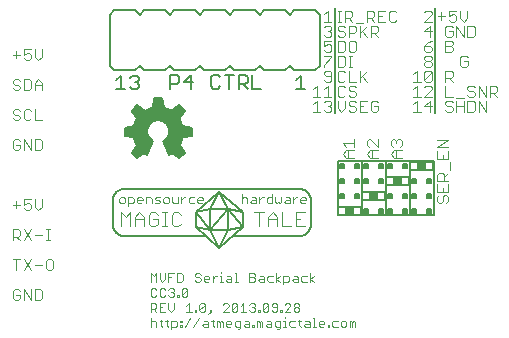
<source format=gto>
G75*
G70*
%OFA0B0*%
%FSLAX24Y24*%
%IPPOS*%
%LPD*%
%AMOC8*
5,1,8,0,0,1.08239X$1,22.5*
%
%ADD10C,0.0040*%
%ADD11C,0.0060*%
%ADD12C,0.0050*%
%ADD13C,0.0030*%
D10*
X003057Y001760D02*
X003118Y001700D01*
X003238Y001700D01*
X003298Y001760D01*
X003298Y001880D01*
X003178Y001880D01*
X003298Y002000D02*
X003238Y002060D01*
X003118Y002060D01*
X003057Y002000D01*
X003057Y001760D01*
X003426Y001700D02*
X003426Y002060D01*
X003666Y001700D01*
X003666Y002060D01*
X003794Y002060D02*
X003974Y002060D01*
X004034Y002000D01*
X004034Y001760D01*
X003974Y001700D01*
X003794Y001700D01*
X003794Y002060D01*
X003666Y002700D02*
X003426Y003060D01*
X003298Y003060D02*
X003057Y003060D01*
X003178Y003060D02*
X003178Y002700D01*
X003426Y002700D02*
X003666Y003060D01*
X003794Y002880D02*
X004034Y002880D01*
X004162Y002760D02*
X004222Y002700D01*
X004343Y002700D01*
X004403Y002760D01*
X004403Y003000D01*
X004343Y003060D01*
X004222Y003060D01*
X004162Y003000D01*
X004162Y002760D01*
X004162Y003700D02*
X004283Y003700D01*
X004222Y003700D02*
X004222Y004060D01*
X004162Y004060D02*
X004283Y004060D01*
X004034Y003880D02*
X003794Y003880D01*
X003666Y003700D02*
X003426Y004060D01*
X003298Y004000D02*
X003298Y003880D01*
X003238Y003820D01*
X003057Y003820D01*
X003057Y003700D02*
X003057Y004060D01*
X003238Y004060D01*
X003298Y004000D01*
X003178Y003820D02*
X003298Y003700D01*
X003426Y003700D02*
X003666Y004060D01*
X003606Y004700D02*
X003486Y004700D01*
X003426Y004760D01*
X003426Y004880D02*
X003546Y004940D01*
X003606Y004940D01*
X003666Y004880D01*
X003666Y004760D01*
X003606Y004700D01*
X003794Y004820D02*
X003914Y004700D01*
X004034Y004820D01*
X004034Y005060D01*
X003794Y005060D02*
X003794Y004820D01*
X003426Y004880D02*
X003426Y005060D01*
X003666Y005060D01*
X003298Y004880D02*
X003057Y004880D01*
X003178Y005000D02*
X003178Y004760D01*
X006664Y004631D02*
X006664Y004170D01*
X006971Y004170D02*
X006971Y004631D01*
X006817Y004477D01*
X006664Y004631D01*
X007124Y004477D02*
X007278Y004631D01*
X007431Y004477D01*
X007431Y004170D01*
X007585Y004247D02*
X007661Y004170D01*
X007815Y004170D01*
X007891Y004247D01*
X007891Y004401D01*
X007738Y004401D01*
X007585Y004554D02*
X007585Y004247D01*
X007431Y004401D02*
X007124Y004401D01*
X007124Y004477D02*
X007124Y004170D01*
X007585Y004554D02*
X007661Y004631D01*
X007815Y004631D01*
X007891Y004554D01*
X008045Y004631D02*
X008198Y004631D01*
X008122Y004631D02*
X008122Y004170D01*
X008198Y004170D02*
X008045Y004170D01*
X008352Y004247D02*
X008429Y004170D01*
X008582Y004170D01*
X008659Y004247D01*
X008352Y004247D02*
X008352Y004554D01*
X008429Y004631D01*
X008582Y004631D01*
X008659Y004554D01*
X011114Y004631D02*
X011421Y004631D01*
X011268Y004631D02*
X011268Y004170D01*
X011575Y004170D02*
X011575Y004477D01*
X011728Y004631D01*
X011882Y004477D01*
X011882Y004170D01*
X012035Y004170D02*
X012342Y004170D01*
X012495Y004170D02*
X012802Y004170D01*
X012495Y004170D02*
X012495Y004631D01*
X012802Y004631D01*
X012649Y004401D02*
X012495Y004401D01*
X012035Y004631D02*
X012035Y004170D01*
X011882Y004401D02*
X011575Y004401D01*
X010013Y002649D02*
X010013Y002602D01*
X010013Y002509D02*
X010013Y002322D01*
X010059Y002322D02*
X009966Y002322D01*
X010162Y002369D02*
X010209Y002415D01*
X010349Y002415D01*
X010349Y002462D02*
X010349Y002322D01*
X010209Y002322D01*
X010162Y002369D01*
X010303Y002509D02*
X010349Y002462D01*
X010303Y002509D02*
X010209Y002509D01*
X010013Y002509D02*
X009966Y002509D01*
X009861Y002509D02*
X009814Y002509D01*
X009720Y002415D01*
X009720Y002322D02*
X009720Y002509D01*
X009613Y002462D02*
X009613Y002415D01*
X009426Y002415D01*
X009426Y002369D02*
X009426Y002462D01*
X009472Y002509D01*
X009566Y002509D01*
X009613Y002462D01*
X009566Y002322D02*
X009472Y002322D01*
X009426Y002369D01*
X009318Y002369D02*
X009271Y002322D01*
X009178Y002322D01*
X009131Y002369D01*
X009178Y002462D02*
X009271Y002462D01*
X009318Y002415D01*
X009318Y002369D01*
X009178Y002462D02*
X009131Y002509D01*
X009131Y002556D01*
X009178Y002602D01*
X009271Y002602D01*
X009318Y002556D01*
X008729Y002556D02*
X008729Y002369D01*
X008682Y002322D01*
X008542Y002322D01*
X008542Y002602D01*
X008682Y002602D01*
X008729Y002556D01*
X008434Y002602D02*
X008247Y002602D01*
X008247Y002322D01*
X008247Y002462D02*
X008341Y002462D01*
X008139Y002415D02*
X008139Y002602D01*
X007953Y002602D02*
X007953Y002415D01*
X008046Y002322D01*
X008139Y002415D01*
X007845Y002322D02*
X007845Y002602D01*
X007751Y002509D01*
X007658Y002602D01*
X007658Y002322D01*
X007705Y002102D02*
X007658Y002056D01*
X007658Y001869D01*
X007705Y001822D01*
X007798Y001822D01*
X007845Y001869D01*
X007953Y001869D02*
X007999Y001822D01*
X008093Y001822D01*
X008139Y001869D01*
X008247Y001869D02*
X008294Y001822D01*
X008387Y001822D01*
X008434Y001869D01*
X008434Y001915D01*
X008387Y001962D01*
X008341Y001962D01*
X008387Y001962D02*
X008434Y002009D01*
X008434Y002056D01*
X008387Y002102D01*
X008294Y002102D01*
X008247Y002056D01*
X008139Y002056D02*
X008093Y002102D01*
X007999Y002102D01*
X007953Y002056D01*
X007953Y001869D01*
X007845Y002056D02*
X007798Y002102D01*
X007705Y002102D01*
X007658Y001602D02*
X007798Y001602D01*
X007845Y001556D01*
X007845Y001462D01*
X007798Y001415D01*
X007658Y001415D01*
X007658Y001322D02*
X007658Y001602D01*
X007953Y001602D02*
X007953Y001322D01*
X008139Y001322D01*
X008247Y001415D02*
X008341Y001322D01*
X008434Y001415D01*
X008434Y001602D01*
X008247Y001602D02*
X008247Y001415D01*
X008046Y001462D02*
X007953Y001462D01*
X007953Y001602D02*
X008139Y001602D01*
X007845Y001322D02*
X007751Y001415D01*
X007658Y001102D02*
X007658Y000822D01*
X007845Y000822D02*
X007845Y000962D01*
X007798Y001009D01*
X007705Y001009D01*
X007658Y000962D01*
X007953Y001009D02*
X008046Y001009D01*
X007999Y001056D02*
X007999Y000869D01*
X008046Y000822D01*
X008196Y000869D02*
X008242Y000822D01*
X008196Y000869D02*
X008196Y001056D01*
X008242Y001009D02*
X008149Y001009D01*
X008345Y001009D02*
X008486Y001009D01*
X008532Y000962D01*
X008532Y000869D01*
X008486Y000822D01*
X008345Y000822D01*
X008345Y000729D02*
X008345Y001009D01*
X008640Y001009D02*
X008640Y000962D01*
X008687Y000962D01*
X008687Y001009D01*
X008640Y001009D01*
X008640Y000869D02*
X008640Y000822D01*
X008687Y000822D01*
X008687Y000869D01*
X008640Y000869D01*
X008787Y000822D02*
X008974Y001102D01*
X008930Y001322D02*
X008930Y001602D01*
X008836Y001509D01*
X008836Y001322D02*
X009023Y001322D01*
X009131Y001322D02*
X009178Y001322D01*
X009178Y001369D01*
X009131Y001369D01*
X009131Y001322D01*
X009278Y001369D02*
X009465Y001556D01*
X009465Y001369D01*
X009419Y001322D01*
X009325Y001322D01*
X009278Y001369D01*
X009278Y001556D01*
X009325Y001602D01*
X009419Y001602D01*
X009465Y001556D01*
X009620Y001369D02*
X009620Y001322D01*
X009667Y001322D01*
X009667Y001369D01*
X009620Y001369D01*
X009667Y001322D02*
X009573Y001229D01*
X009269Y001102D02*
X009082Y000822D01*
X009377Y000869D02*
X009423Y000915D01*
X009564Y000915D01*
X009564Y000962D02*
X009564Y000822D01*
X009423Y000822D01*
X009377Y000869D01*
X009423Y001009D02*
X009517Y001009D01*
X009564Y000962D01*
X009671Y001009D02*
X009765Y001009D01*
X009718Y001056D02*
X009718Y000869D01*
X009765Y000822D01*
X009868Y000822D02*
X009868Y001009D01*
X009914Y001009D01*
X009961Y000962D01*
X010008Y001009D01*
X010055Y000962D01*
X010055Y000822D01*
X009961Y000822D02*
X009961Y000962D01*
X010162Y000962D02*
X010162Y000869D01*
X010209Y000822D01*
X010303Y000822D01*
X010349Y000915D02*
X010162Y000915D01*
X010162Y000962D02*
X010209Y001009D01*
X010303Y001009D01*
X010349Y000962D01*
X010349Y000915D01*
X010457Y000869D02*
X010504Y000822D01*
X010644Y000822D01*
X010644Y000775D02*
X010644Y001009D01*
X010504Y001009D01*
X010457Y000962D01*
X010457Y000869D01*
X010550Y000729D02*
X010597Y000729D01*
X010644Y000775D01*
X010752Y000869D02*
X010798Y000915D01*
X010939Y000915D01*
X010939Y000962D02*
X010939Y000822D01*
X010798Y000822D01*
X010752Y000869D01*
X010798Y001009D02*
X010892Y001009D01*
X010939Y000962D01*
X011046Y000869D02*
X011093Y000869D01*
X011093Y000822D01*
X011046Y000822D01*
X011046Y000869D01*
X011194Y000822D02*
X011194Y001009D01*
X011240Y001009D01*
X011287Y000962D01*
X011334Y001009D01*
X011381Y000962D01*
X011381Y000822D01*
X011287Y000822D02*
X011287Y000962D01*
X011488Y000869D02*
X011535Y000915D01*
X011675Y000915D01*
X011675Y000962D02*
X011675Y000822D01*
X011535Y000822D01*
X011488Y000869D01*
X011535Y001009D02*
X011628Y001009D01*
X011675Y000962D01*
X011783Y000962D02*
X011783Y000869D01*
X011830Y000822D01*
X011970Y000822D01*
X011970Y000775D02*
X011970Y001009D01*
X011830Y001009D01*
X011783Y000962D01*
X012078Y001009D02*
X012124Y001009D01*
X012124Y000822D01*
X012078Y000822D02*
X012171Y000822D01*
X012274Y000869D02*
X012321Y000822D01*
X012461Y000822D01*
X012615Y000869D02*
X012662Y000822D01*
X012615Y000869D02*
X012615Y001056D01*
X012569Y001009D02*
X012662Y001009D01*
X012812Y001009D02*
X012905Y001009D01*
X012952Y000962D01*
X012952Y000822D01*
X012812Y000822D01*
X012765Y000869D01*
X012812Y000915D01*
X012952Y000915D01*
X013060Y000822D02*
X013153Y000822D01*
X013107Y000822D02*
X013107Y001102D01*
X013060Y001102D01*
X013256Y000962D02*
X013303Y001009D01*
X013396Y001009D01*
X013443Y000962D01*
X013443Y000915D01*
X013256Y000915D01*
X013256Y000869D02*
X013256Y000962D01*
X013256Y000869D02*
X013303Y000822D01*
X013396Y000822D01*
X013551Y000822D02*
X013551Y000869D01*
X013598Y000869D01*
X013598Y000822D01*
X013551Y000822D01*
X013698Y000869D02*
X013745Y000822D01*
X013885Y000822D01*
X013993Y000869D02*
X014040Y000822D01*
X014133Y000822D01*
X014180Y000869D01*
X014180Y000962D01*
X014133Y001009D01*
X014040Y001009D01*
X013993Y000962D01*
X013993Y000869D01*
X013885Y001009D02*
X013745Y001009D01*
X013698Y000962D01*
X013698Y000869D01*
X014288Y000822D02*
X014288Y001009D01*
X014334Y001009D01*
X014381Y000962D01*
X014428Y001009D01*
X014474Y000962D01*
X014474Y000822D01*
X014381Y000822D02*
X014381Y000962D01*
X012608Y001369D02*
X012562Y001322D01*
X012468Y001322D01*
X012421Y001369D01*
X012421Y001415D01*
X012468Y001462D01*
X012562Y001462D01*
X012608Y001415D01*
X012608Y001369D01*
X012562Y001462D02*
X012608Y001509D01*
X012608Y001556D01*
X012562Y001602D01*
X012468Y001602D01*
X012421Y001556D01*
X012421Y001509D01*
X012468Y001462D01*
X012314Y001509D02*
X012314Y001556D01*
X012267Y001602D01*
X012173Y001602D01*
X012127Y001556D01*
X012314Y001509D02*
X012127Y001322D01*
X012314Y001322D01*
X012026Y001322D02*
X011979Y001322D01*
X011979Y001369D01*
X012026Y001369D01*
X012026Y001322D01*
X011872Y001369D02*
X011872Y001556D01*
X011825Y001602D01*
X011731Y001602D01*
X011685Y001556D01*
X011685Y001509D01*
X011731Y001462D01*
X011872Y001462D01*
X011872Y001369D02*
X011825Y001322D01*
X011731Y001322D01*
X011685Y001369D01*
X011577Y001369D02*
X011530Y001322D01*
X011437Y001322D01*
X011390Y001369D01*
X011577Y001556D01*
X011577Y001369D01*
X011390Y001369D02*
X011390Y001556D01*
X011437Y001602D01*
X011530Y001602D01*
X011577Y001556D01*
X011290Y001369D02*
X011290Y001322D01*
X011243Y001322D01*
X011243Y001369D01*
X011290Y001369D01*
X011135Y001369D02*
X011088Y001322D01*
X010995Y001322D01*
X010948Y001369D01*
X010840Y001322D02*
X010654Y001322D01*
X010747Y001322D02*
X010747Y001602D01*
X010654Y001509D01*
X010546Y001556D02*
X010359Y001369D01*
X010406Y001322D01*
X010499Y001322D01*
X010546Y001369D01*
X010546Y001556D01*
X010499Y001602D01*
X010406Y001602D01*
X010359Y001556D01*
X010359Y001369D01*
X010251Y001322D02*
X010064Y001322D01*
X010251Y001509D01*
X010251Y001556D01*
X010204Y001602D01*
X010111Y001602D01*
X010064Y001556D01*
X010948Y001556D02*
X010995Y001602D01*
X011088Y001602D01*
X011135Y001556D01*
X011135Y001509D01*
X011088Y001462D01*
X011135Y001415D01*
X011135Y001369D01*
X011088Y001462D02*
X011042Y001462D01*
X012124Y001149D02*
X012124Y001102D01*
X012274Y000962D02*
X012274Y000869D01*
X012274Y000962D02*
X012321Y001009D01*
X012461Y001009D01*
X011970Y000775D02*
X011923Y000729D01*
X011876Y000729D01*
X012078Y002229D02*
X012078Y002509D01*
X012218Y002509D01*
X012264Y002462D01*
X012264Y002369D01*
X012218Y002322D01*
X012078Y002322D01*
X011972Y002322D02*
X011832Y002415D01*
X011972Y002509D01*
X011832Y002602D02*
X011832Y002322D01*
X011724Y002322D02*
X011584Y002322D01*
X011537Y002369D01*
X011537Y002462D01*
X011584Y002509D01*
X011724Y002509D01*
X011430Y002462D02*
X011430Y002322D01*
X011290Y002322D01*
X011243Y002369D01*
X011290Y002415D01*
X011430Y002415D01*
X011430Y002462D02*
X011383Y002509D01*
X011290Y002509D01*
X011135Y002509D02*
X011088Y002462D01*
X010948Y002462D01*
X010948Y002322D02*
X011088Y002322D01*
X011135Y002369D01*
X011135Y002415D01*
X011088Y002462D01*
X011135Y002509D02*
X011135Y002556D01*
X011088Y002602D01*
X010948Y002602D01*
X010948Y002322D01*
X010550Y002322D02*
X010457Y002322D01*
X010504Y002322D02*
X010504Y002602D01*
X010457Y002602D01*
X008876Y002056D02*
X008876Y001869D01*
X008829Y001822D01*
X008736Y001822D01*
X008689Y001869D01*
X008876Y002056D01*
X008829Y002102D01*
X008736Y002102D01*
X008689Y002056D01*
X008689Y001869D01*
X008589Y001869D02*
X008589Y001822D01*
X008542Y001822D01*
X008542Y001869D01*
X008589Y001869D01*
X012372Y002369D02*
X012419Y002415D01*
X012559Y002415D01*
X012559Y002462D02*
X012559Y002322D01*
X012419Y002322D01*
X012372Y002369D01*
X012512Y002509D02*
X012559Y002462D01*
X012512Y002509D02*
X012419Y002509D01*
X012667Y002462D02*
X012667Y002369D01*
X012714Y002322D01*
X012854Y002322D01*
X012962Y002322D02*
X012962Y002602D01*
X012854Y002509D02*
X012714Y002509D01*
X012667Y002462D01*
X012962Y002415D02*
X013102Y002509D01*
X012962Y002415D02*
X013102Y002322D01*
X017207Y005010D02*
X017267Y004950D01*
X017327Y004950D01*
X017387Y005010D01*
X017387Y005130D01*
X017447Y005190D01*
X017507Y005190D01*
X017567Y005130D01*
X017567Y005010D01*
X017507Y004950D01*
X017207Y005010D02*
X017207Y005130D01*
X017267Y005190D01*
X017207Y005318D02*
X017567Y005318D01*
X017567Y005559D01*
X017567Y005687D02*
X017207Y005687D01*
X017207Y005867D01*
X017267Y005927D01*
X017387Y005927D01*
X017447Y005867D01*
X017447Y005687D01*
X017447Y005807D02*
X017567Y005927D01*
X017628Y006055D02*
X017628Y006295D01*
X017567Y006423D02*
X017567Y006663D01*
X017567Y006792D02*
X017207Y006792D01*
X017567Y007032D01*
X017207Y007032D01*
X017207Y006663D02*
X017207Y006423D01*
X017567Y006423D01*
X017387Y006423D02*
X017387Y006543D01*
X016017Y006450D02*
X015777Y006450D01*
X015657Y006570D01*
X015777Y006690D01*
X016017Y006690D01*
X015957Y006818D02*
X016017Y006878D01*
X016017Y006998D01*
X015957Y007059D01*
X015897Y007059D01*
X015837Y006998D01*
X015837Y006938D01*
X015837Y006998D02*
X015777Y007059D01*
X015717Y007059D01*
X015657Y006998D01*
X015657Y006878D01*
X015717Y006818D01*
X015837Y006690D02*
X015837Y006450D01*
X015217Y006450D02*
X014977Y006450D01*
X014857Y006570D01*
X014977Y006690D01*
X015217Y006690D01*
X015217Y006818D02*
X014977Y007059D01*
X014917Y007059D01*
X014857Y006998D01*
X014857Y006878D01*
X014917Y006818D01*
X015037Y006690D02*
X015037Y006450D01*
X014417Y006450D02*
X014177Y006450D01*
X014057Y006570D01*
X014177Y006690D01*
X014417Y006690D01*
X014417Y006818D02*
X014417Y007059D01*
X014417Y006938D02*
X014057Y006938D01*
X014177Y006818D01*
X014237Y006690D02*
X014237Y006450D01*
X015217Y006818D02*
X015217Y007059D01*
X015171Y007989D02*
X015051Y007989D01*
X014991Y008049D01*
X014991Y008290D01*
X015051Y008350D01*
X015171Y008350D01*
X015231Y008290D01*
X015231Y008170D02*
X015111Y008170D01*
X015231Y008170D02*
X015231Y008049D01*
X015171Y007989D01*
X014863Y007989D02*
X014623Y007989D01*
X014623Y008350D01*
X014863Y008350D01*
X014743Y008170D02*
X014623Y008170D01*
X014495Y008109D02*
X014495Y008049D01*
X014435Y007989D01*
X014315Y007989D01*
X014255Y008049D01*
X014315Y008170D02*
X014435Y008170D01*
X014495Y008109D01*
X014495Y008290D02*
X014435Y008350D01*
X014315Y008350D01*
X014255Y008290D01*
X014255Y008230D01*
X014315Y008170D01*
X014126Y008109D02*
X014006Y007989D01*
X013886Y008109D01*
X013886Y008350D01*
X013946Y008489D02*
X014066Y008489D01*
X014126Y008549D01*
X014255Y008549D02*
X014315Y008489D01*
X014435Y008489D01*
X014495Y008549D01*
X014495Y008609D01*
X014435Y008670D01*
X014315Y008670D01*
X014255Y008730D01*
X014255Y008790D01*
X014315Y008850D01*
X014435Y008850D01*
X014495Y008790D01*
X014495Y008989D02*
X014255Y008989D01*
X014255Y009350D01*
X014126Y009290D02*
X014066Y009350D01*
X013946Y009350D01*
X013886Y009290D01*
X013886Y009049D01*
X013946Y008989D01*
X014066Y008989D01*
X014126Y009049D01*
X014066Y008850D02*
X013946Y008850D01*
X013886Y008790D01*
X013886Y008549D01*
X013946Y008489D01*
X014126Y008350D02*
X014126Y008109D01*
X013679Y008109D02*
X013679Y008049D01*
X013619Y007989D01*
X013499Y007989D01*
X013439Y008049D01*
X013311Y007989D02*
X013071Y007989D01*
X013191Y007989D02*
X013191Y008350D01*
X013071Y008230D01*
X013439Y008290D02*
X013499Y008350D01*
X013619Y008350D01*
X013679Y008290D01*
X013679Y008230D01*
X013619Y008170D01*
X013679Y008109D01*
X013619Y008170D02*
X013559Y008170D01*
X013559Y008489D02*
X013559Y008850D01*
X013439Y008730D01*
X013191Y008850D02*
X013191Y008489D01*
X013071Y008489D02*
X013311Y008489D01*
X013439Y008489D02*
X013679Y008489D01*
X013191Y008850D02*
X013071Y008730D01*
X013439Y009049D02*
X013499Y008989D01*
X013619Y008989D01*
X013679Y009049D01*
X013679Y009290D01*
X013619Y009350D01*
X013499Y009350D01*
X013439Y009290D01*
X013439Y009230D01*
X013499Y009170D01*
X013679Y009170D01*
X013886Y009489D02*
X014066Y009489D01*
X014126Y009549D01*
X014126Y009790D01*
X014066Y009850D01*
X013886Y009850D01*
X013886Y009489D01*
X013679Y009790D02*
X013439Y009549D01*
X013439Y009489D01*
X013679Y009790D02*
X013679Y009850D01*
X013439Y009850D01*
X013499Y009989D02*
X013439Y010049D01*
X013499Y009989D02*
X013619Y009989D01*
X013679Y010049D01*
X013679Y010170D01*
X013619Y010230D01*
X013559Y010230D01*
X013439Y010170D01*
X013439Y010350D01*
X013679Y010350D01*
X013619Y010489D02*
X013499Y010489D01*
X013439Y010549D01*
X013559Y010670D02*
X013619Y010670D01*
X013679Y010609D01*
X013679Y010549D01*
X013619Y010489D01*
X013619Y010670D02*
X013679Y010730D01*
X013679Y010790D01*
X013619Y010850D01*
X013499Y010850D01*
X013439Y010790D01*
X013439Y010989D02*
X013679Y010989D01*
X013559Y010989D02*
X013559Y011350D01*
X013439Y011230D01*
X013886Y011350D02*
X014006Y011350D01*
X013946Y011350D02*
X013946Y010989D01*
X013886Y010989D02*
X014006Y010989D01*
X014132Y010989D02*
X014132Y011350D01*
X014312Y011350D01*
X014372Y011290D01*
X014372Y011170D01*
X014312Y011109D01*
X014132Y011109D01*
X014252Y011109D02*
X014372Y010989D01*
X014500Y010929D02*
X014740Y010929D01*
X014623Y010850D02*
X014623Y010489D01*
X014623Y010609D02*
X014863Y010850D01*
X014991Y010850D02*
X015171Y010850D01*
X015231Y010790D01*
X015231Y010670D01*
X015171Y010609D01*
X014991Y010609D01*
X014991Y010489D02*
X014991Y010850D01*
X015109Y010989D02*
X014988Y011109D01*
X015049Y011109D02*
X014868Y011109D01*
X014868Y010989D02*
X014868Y011350D01*
X015049Y011350D01*
X015109Y011290D01*
X015109Y011170D01*
X015049Y011109D01*
X015237Y011170D02*
X015357Y011170D01*
X015477Y011350D02*
X015237Y011350D01*
X015237Y010989D01*
X015477Y010989D01*
X015605Y011049D02*
X015665Y010989D01*
X015785Y010989D01*
X015845Y011049D01*
X015605Y011049D02*
X015605Y011290D01*
X015665Y011350D01*
X015785Y011350D01*
X015845Y011290D01*
X016782Y011290D02*
X016842Y011350D01*
X016962Y011350D01*
X017022Y011290D01*
X017022Y011230D01*
X016782Y010989D01*
X017022Y010989D01*
X016962Y010850D02*
X016782Y010670D01*
X017022Y010670D01*
X016962Y010850D02*
X016962Y010489D01*
X017022Y010350D02*
X016902Y010290D01*
X016782Y010170D01*
X016962Y010170D01*
X017022Y010109D01*
X017022Y010049D01*
X016962Y009989D01*
X016842Y009989D01*
X016782Y010049D01*
X016782Y010170D01*
X016842Y009850D02*
X016962Y009850D01*
X017022Y009790D01*
X017022Y009730D01*
X016962Y009670D01*
X016842Y009670D01*
X016782Y009730D01*
X016782Y009790D01*
X016842Y009850D01*
X016842Y009670D02*
X016782Y009609D01*
X016782Y009549D01*
X016842Y009489D01*
X016962Y009489D01*
X017022Y009549D01*
X017022Y009609D01*
X016962Y009670D01*
X016962Y009350D02*
X016842Y009350D01*
X016782Y009290D01*
X016782Y009049D01*
X017022Y009290D01*
X017022Y009049D01*
X016962Y008989D01*
X016842Y008989D01*
X016782Y009049D01*
X016654Y008989D02*
X016413Y008989D01*
X016533Y008989D02*
X016533Y009350D01*
X016413Y009230D01*
X016962Y009350D02*
X017022Y009290D01*
X017479Y009350D02*
X017659Y009350D01*
X017719Y009290D01*
X017719Y009170D01*
X017659Y009109D01*
X017479Y009109D01*
X017479Y008989D02*
X017479Y009350D01*
X017599Y009109D02*
X017719Y008989D01*
X017479Y008850D02*
X017479Y008489D01*
X017719Y008489D01*
X017847Y008429D02*
X018087Y008429D01*
X018087Y008350D02*
X018087Y007989D01*
X018215Y007989D02*
X018396Y007989D01*
X018456Y008049D01*
X018456Y008290D01*
X018396Y008350D01*
X018215Y008350D01*
X018215Y007989D01*
X018087Y008170D02*
X017847Y008170D01*
X017719Y008109D02*
X017719Y008049D01*
X017659Y007989D01*
X017539Y007989D01*
X017479Y008049D01*
X017539Y008170D02*
X017659Y008170D01*
X017719Y008109D01*
X017847Y007989D02*
X017847Y008350D01*
X017719Y008290D02*
X017659Y008350D01*
X017539Y008350D01*
X017479Y008290D01*
X017479Y008230D01*
X017539Y008170D01*
X017022Y008170D02*
X016782Y008170D01*
X016962Y008350D01*
X016962Y007989D01*
X016654Y007989D02*
X016413Y007989D01*
X016533Y007989D02*
X016533Y008350D01*
X016413Y008230D01*
X016413Y008489D02*
X016654Y008489D01*
X016533Y008489D02*
X016533Y008850D01*
X016413Y008730D01*
X016782Y008790D02*
X016842Y008850D01*
X016962Y008850D01*
X017022Y008790D01*
X017022Y008730D01*
X016782Y008489D01*
X017022Y008489D01*
X018215Y008549D02*
X018275Y008489D01*
X018396Y008489D01*
X018456Y008549D01*
X018456Y008609D01*
X018396Y008670D01*
X018275Y008670D01*
X018215Y008730D01*
X018215Y008790D01*
X018275Y008850D01*
X018396Y008850D01*
X018456Y008790D01*
X018584Y008850D02*
X018824Y008489D01*
X018824Y008850D01*
X018952Y008850D02*
X019132Y008850D01*
X019192Y008790D01*
X019192Y008670D01*
X019132Y008609D01*
X018952Y008609D01*
X018952Y008489D02*
X018952Y008850D01*
X019072Y008609D02*
X019192Y008489D01*
X018824Y008350D02*
X018824Y007989D01*
X018584Y008350D01*
X018584Y007989D01*
X018584Y008489D02*
X018584Y008850D01*
X018159Y009489D02*
X018219Y009549D01*
X018219Y009670D01*
X018099Y009670D01*
X018219Y009790D02*
X018159Y009850D01*
X018039Y009850D01*
X017979Y009790D01*
X017979Y009549D01*
X018039Y009489D01*
X018159Y009489D01*
X017659Y009989D02*
X017479Y009989D01*
X017479Y010350D01*
X017659Y010350D01*
X017719Y010290D01*
X017719Y010230D01*
X017659Y010170D01*
X017479Y010170D01*
X017659Y010170D02*
X017719Y010109D01*
X017719Y010049D01*
X017659Y009989D01*
X017659Y010489D02*
X017719Y010549D01*
X017719Y010670D01*
X017599Y010670D01*
X017719Y010790D02*
X017659Y010850D01*
X017539Y010850D01*
X017479Y010790D01*
X017479Y010549D01*
X017539Y010489D01*
X017659Y010489D01*
X017847Y010489D02*
X017847Y010850D01*
X018087Y010489D01*
X018087Y010850D01*
X018215Y010850D02*
X018396Y010850D01*
X018456Y010790D01*
X018456Y010549D01*
X018396Y010489D01*
X018215Y010489D01*
X018215Y010850D01*
X018085Y010989D02*
X018206Y011109D01*
X018206Y011350D01*
X017965Y011350D02*
X017965Y011109D01*
X018085Y010989D01*
X017837Y011049D02*
X017777Y010989D01*
X017657Y010989D01*
X017597Y011049D01*
X017597Y011170D02*
X017717Y011230D01*
X017777Y011230D01*
X017837Y011170D01*
X017837Y011049D01*
X017597Y011170D02*
X017597Y011350D01*
X017837Y011350D01*
X017469Y011170D02*
X017229Y011170D01*
X017349Y011290D02*
X017349Y011049D01*
X015231Y010489D02*
X015111Y010609D01*
X014863Y010489D02*
X014683Y010670D01*
X014495Y010670D02*
X014495Y010790D01*
X014435Y010850D01*
X014255Y010850D01*
X014255Y010489D01*
X014255Y010609D02*
X014435Y010609D01*
X014495Y010670D01*
X014435Y010350D02*
X014315Y010350D01*
X014255Y010290D01*
X014255Y010049D01*
X014315Y009989D01*
X014435Y009989D01*
X014495Y010049D01*
X014495Y010290D01*
X014435Y010350D01*
X014126Y010290D02*
X014066Y010350D01*
X013886Y010350D01*
X013886Y009989D01*
X014066Y009989D01*
X014126Y010049D01*
X014126Y010290D01*
X014066Y010489D02*
X013946Y010489D01*
X013886Y010549D01*
X013946Y010670D02*
X014066Y010670D01*
X014126Y010609D01*
X014126Y010549D01*
X014066Y010489D01*
X013946Y010670D02*
X013886Y010730D01*
X013886Y010790D01*
X013946Y010850D01*
X014066Y010850D01*
X014126Y010790D01*
X014255Y009850D02*
X014375Y009850D01*
X014315Y009850D02*
X014315Y009489D01*
X014255Y009489D02*
X014375Y009489D01*
X014623Y009350D02*
X014623Y008989D01*
X014623Y009109D02*
X014863Y009350D01*
X014683Y009170D02*
X014863Y008989D01*
X014126Y008790D02*
X014066Y008850D01*
X017207Y005559D02*
X017207Y005318D01*
X017387Y005318D02*
X017387Y005438D01*
X004034Y006760D02*
X004034Y007000D01*
X003974Y007060D01*
X003794Y007060D01*
X003794Y006700D01*
X003974Y006700D01*
X004034Y006760D01*
X003666Y006700D02*
X003666Y007060D01*
X003426Y007060D02*
X003666Y006700D01*
X003426Y006700D02*
X003426Y007060D01*
X003298Y007000D02*
X003238Y007060D01*
X003118Y007060D01*
X003057Y007000D01*
X003057Y006760D01*
X003118Y006700D01*
X003238Y006700D01*
X003298Y006760D01*
X003298Y006880D01*
X003178Y006880D01*
X003238Y007700D02*
X003118Y007700D01*
X003057Y007760D01*
X003118Y007880D02*
X003238Y007880D01*
X003298Y007820D01*
X003298Y007760D01*
X003238Y007700D01*
X003426Y007760D02*
X003486Y007700D01*
X003606Y007700D01*
X003666Y007760D01*
X003794Y007700D02*
X004034Y007700D01*
X003794Y007700D02*
X003794Y008060D01*
X003666Y008000D02*
X003606Y008060D01*
X003486Y008060D01*
X003426Y008000D01*
X003426Y007760D01*
X003298Y008000D02*
X003238Y008060D01*
X003118Y008060D01*
X003057Y008000D01*
X003057Y007940D01*
X003118Y007880D01*
X003118Y008700D02*
X003057Y008760D01*
X003118Y008700D02*
X003238Y008700D01*
X003298Y008760D01*
X003298Y008820D01*
X003238Y008880D01*
X003118Y008880D01*
X003057Y008940D01*
X003057Y009000D01*
X003118Y009060D01*
X003238Y009060D01*
X003298Y009000D01*
X003426Y009060D02*
X003606Y009060D01*
X003666Y009000D01*
X003666Y008760D01*
X003606Y008700D01*
X003426Y008700D01*
X003426Y009060D01*
X003794Y008940D02*
X003914Y009060D01*
X004034Y008940D01*
X004034Y008700D01*
X004034Y008880D02*
X003794Y008880D01*
X003794Y008940D02*
X003794Y008700D01*
X003914Y009700D02*
X004034Y009820D01*
X004034Y010060D01*
X003794Y010060D02*
X003794Y009820D01*
X003914Y009700D01*
X003666Y009760D02*
X003606Y009700D01*
X003486Y009700D01*
X003426Y009760D01*
X003426Y009880D02*
X003546Y009940D01*
X003606Y009940D01*
X003666Y009880D01*
X003666Y009760D01*
X003426Y009880D02*
X003426Y010060D01*
X003666Y010060D01*
X003298Y009880D02*
X003057Y009880D01*
X003178Y010000D02*
X003178Y009760D01*
D11*
X006287Y009510D02*
X006437Y009360D01*
X007137Y009360D01*
X007287Y009510D01*
X007437Y009360D01*
X008137Y009360D01*
X008287Y009510D01*
X008437Y009360D01*
X009137Y009360D01*
X009287Y009510D01*
X009437Y009360D01*
X010137Y009360D01*
X010287Y009510D01*
X010437Y009360D01*
X011137Y009360D01*
X011287Y009510D01*
X011437Y009360D01*
X012137Y009360D01*
X012287Y009510D01*
X012437Y009360D01*
X013137Y009360D01*
X013287Y009510D01*
X013287Y011210D01*
X013137Y011360D01*
X012437Y011360D01*
X012287Y011210D01*
X012137Y011360D01*
X011437Y011360D01*
X011287Y011210D01*
X011137Y011360D01*
X010437Y011360D01*
X010287Y011210D01*
X010137Y011360D01*
X009437Y011360D01*
X009287Y011210D01*
X009137Y011360D01*
X008437Y011360D01*
X008287Y011210D01*
X008137Y011360D01*
X007437Y011360D01*
X007287Y011210D01*
X007137Y011360D01*
X006437Y011360D01*
X006287Y011210D01*
X006287Y009510D01*
X007767Y008430D02*
X008037Y008430D01*
X008087Y008110D01*
X008045Y008078D02*
X007683Y008078D01*
X007717Y008110D02*
X007767Y008430D01*
X007787Y008380D02*
X008037Y008380D01*
X008037Y008080D01*
X008337Y007980D01*
X008587Y008130D01*
X008737Y008030D01*
X008587Y007730D01*
X008687Y007480D01*
X008987Y007430D01*
X008987Y007180D01*
X008687Y007180D01*
X008587Y006830D01*
X008737Y006630D01*
X008587Y006480D01*
X008387Y006630D01*
X008287Y006580D01*
X008087Y006980D01*
X008287Y007180D01*
X008287Y007430D01*
X008137Y007680D01*
X007887Y007730D01*
X007587Y007630D01*
X007637Y007630D01*
X007487Y007380D01*
X007587Y007080D01*
X007687Y006980D01*
X007537Y006580D01*
X007437Y006630D01*
X007237Y006480D01*
X007087Y006630D01*
X007237Y006880D01*
X007137Y007130D01*
X006837Y007230D01*
X006837Y007180D01*
X006837Y007430D01*
X007137Y007480D01*
X007237Y007780D01*
X007037Y007980D01*
X007187Y008130D01*
X007487Y007980D01*
X007787Y008130D01*
X007737Y008130D01*
X007787Y008380D01*
X007785Y008370D02*
X008037Y008370D01*
X008037Y008312D02*
X007774Y008312D01*
X007762Y008253D02*
X008037Y008253D01*
X008037Y008195D02*
X007750Y008195D01*
X007739Y008136D02*
X008037Y008136D01*
X008220Y008019D02*
X007566Y008019D01*
X007467Y008010D02*
X007207Y008190D01*
X007017Y008010D01*
X007197Y007750D01*
X007220Y007727D02*
X007877Y007727D01*
X007905Y007727D02*
X008589Y007727D01*
X008607Y007750D02*
X008787Y008010D01*
X008597Y008190D01*
X008337Y008010D01*
X008403Y008019D02*
X008732Y008019D01*
X008703Y007961D02*
X007057Y007961D01*
X007077Y008019D02*
X007409Y008019D01*
X007292Y008078D02*
X007135Y008078D01*
X007115Y007902D02*
X008673Y007902D01*
X008644Y007844D02*
X007174Y007844D01*
X007232Y007785D02*
X008615Y007785D01*
X008612Y007668D02*
X008145Y007668D01*
X008180Y007610D02*
X008636Y007610D01*
X008659Y007551D02*
X008215Y007551D01*
X008250Y007493D02*
X008682Y007493D01*
X008717Y007500D02*
X009017Y007440D01*
X009017Y007180D01*
X008717Y007130D01*
X008676Y007142D02*
X008249Y007142D01*
X008287Y007200D02*
X008987Y007200D01*
X008987Y007259D02*
X008287Y007259D01*
X008287Y007317D02*
X008987Y007317D01*
X008987Y007376D02*
X008287Y007376D01*
X008285Y007434D02*
X008963Y007434D01*
X008660Y007083D02*
X008191Y007083D01*
X008132Y007025D02*
X008643Y007025D01*
X008626Y006966D02*
X008094Y006966D01*
X008067Y006990D02*
X008257Y006540D01*
X008357Y006600D01*
X008597Y006430D01*
X008787Y006620D01*
X008617Y006860D01*
X008593Y006849D02*
X008153Y006849D01*
X008182Y006791D02*
X008617Y006791D01*
X008661Y006732D02*
X008211Y006732D01*
X008241Y006674D02*
X008705Y006674D01*
X008723Y006615D02*
X008407Y006615D01*
X008358Y006615D02*
X008270Y006615D01*
X008485Y006557D02*
X008664Y006557D01*
X008606Y006498D02*
X008563Y006498D01*
X008610Y006908D02*
X008124Y006908D01*
X007747Y006990D02*
X007547Y006540D01*
X007447Y006600D01*
X007207Y006430D01*
X007027Y006620D01*
X007187Y006860D01*
X007219Y006849D02*
X007638Y006849D01*
X007616Y006791D02*
X007184Y006791D01*
X007149Y006732D02*
X007594Y006732D01*
X007573Y006674D02*
X007114Y006674D01*
X007102Y006615D02*
X007418Y006615D01*
X007467Y006615D02*
X007551Y006615D01*
X007340Y006557D02*
X007161Y006557D01*
X007219Y006498D02*
X007262Y006498D01*
X007226Y006908D02*
X007660Y006908D01*
X007682Y006966D02*
X007203Y006966D01*
X007180Y007025D02*
X007643Y007025D01*
X007586Y007083D02*
X007156Y007083D01*
X007103Y007142D02*
X007567Y007142D01*
X007547Y007200D02*
X006927Y007200D01*
X006837Y007259D02*
X007528Y007259D01*
X007508Y007317D02*
X006837Y007317D01*
X006837Y007376D02*
X007489Y007376D01*
X007520Y007434D02*
X006862Y007434D01*
X006787Y007440D02*
X007087Y007500D01*
X007142Y007493D02*
X007555Y007493D01*
X007590Y007551D02*
X007161Y007551D01*
X007181Y007610D02*
X007625Y007610D01*
X007702Y007668D02*
X007200Y007668D01*
X006787Y007440D02*
X006787Y007180D01*
X007087Y007130D01*
X007471Y008013D02*
X007516Y008038D01*
X007563Y008061D01*
X007611Y008080D01*
X007660Y008097D01*
X007710Y008110D01*
X008500Y008078D02*
X008666Y008078D01*
X008067Y007000D02*
X008100Y007018D01*
X008130Y007039D01*
X008159Y007063D01*
X008185Y007090D01*
X008207Y007119D01*
X008227Y007151D01*
X008244Y007184D01*
X008257Y007219D01*
X008266Y007255D01*
X008272Y007292D01*
X008274Y007329D01*
X008272Y007366D01*
X008267Y007403D01*
X008257Y007439D01*
X008245Y007474D01*
X008228Y007508D01*
X008209Y007539D01*
X008186Y007569D01*
X008160Y007596D01*
X008132Y007620D01*
X008101Y007641D01*
X008069Y007659D01*
X008035Y007674D01*
X007999Y007685D01*
X007963Y007693D01*
X007926Y007697D01*
X007888Y007697D01*
X007851Y007693D01*
X007815Y007685D01*
X007779Y007674D01*
X007745Y007659D01*
X007713Y007641D01*
X007682Y007620D01*
X007654Y007596D01*
X007628Y007569D01*
X007605Y007539D01*
X007586Y007508D01*
X007569Y007474D01*
X007557Y007439D01*
X007547Y007403D01*
X007542Y007366D01*
X007540Y007329D01*
X007542Y007292D01*
X007548Y007255D01*
X007557Y007219D01*
X007570Y007184D01*
X007587Y007151D01*
X007607Y007119D01*
X007629Y007090D01*
X007655Y007063D01*
X007684Y007039D01*
X007714Y007018D01*
X007747Y007000D01*
X008618Y006860D02*
X008641Y006901D01*
X008662Y006944D01*
X008680Y006989D01*
X008695Y007034D01*
X008708Y007080D01*
X008718Y007127D01*
X008716Y007500D02*
X008701Y007552D01*
X008682Y007603D01*
X008660Y007653D01*
X008635Y007701D01*
X008606Y007748D01*
X008342Y008011D02*
X008295Y008038D01*
X008246Y008061D01*
X008196Y008081D01*
X008145Y008098D01*
X008093Y008112D01*
X007198Y007745D02*
X007171Y007698D01*
X007147Y007651D01*
X007126Y007602D01*
X007108Y007551D01*
X007094Y007500D01*
X007088Y007129D02*
X007101Y007073D01*
X007118Y007018D01*
X007139Y006965D01*
X007163Y006913D01*
X007191Y006863D01*
X006789Y005414D02*
X009742Y005414D01*
X012597Y005414D01*
X012597Y005415D02*
X012636Y005413D01*
X012674Y005407D01*
X012711Y005398D01*
X012748Y005385D01*
X012783Y005368D01*
X012816Y005349D01*
X012847Y005326D01*
X012876Y005300D01*
X012902Y005271D01*
X012925Y005240D01*
X012944Y005207D01*
X012961Y005172D01*
X012974Y005135D01*
X012983Y005098D01*
X012989Y005060D01*
X012991Y005021D01*
X012990Y005021D02*
X012990Y004233D01*
X012991Y004233D02*
X012989Y004194D01*
X012983Y004156D01*
X012974Y004119D01*
X012961Y004082D01*
X012944Y004047D01*
X012925Y004014D01*
X012902Y003983D01*
X012876Y003954D01*
X012847Y003928D01*
X012816Y003905D01*
X012783Y003886D01*
X012748Y003869D01*
X012711Y003856D01*
X012674Y003847D01*
X012636Y003841D01*
X012597Y003839D01*
X010431Y003839D01*
X010234Y004036D02*
X010726Y004135D01*
X010234Y004725D01*
X009644Y004036D01*
X009152Y004627D01*
X009644Y004725D01*
X010234Y004725D01*
X010726Y004627D01*
X010726Y004135D01*
X009939Y003446D01*
X010234Y004036D01*
X009644Y004036D01*
X009152Y004135D01*
X009152Y004627D01*
X009939Y005316D01*
X010234Y004725D01*
X010234Y004036D01*
X009644Y004036D02*
X009939Y003446D01*
X009152Y004135D01*
X009447Y003839D02*
X006789Y003839D01*
X006750Y003841D01*
X006712Y003847D01*
X006675Y003856D01*
X006638Y003869D01*
X006603Y003886D01*
X006570Y003905D01*
X006539Y003928D01*
X006510Y003954D01*
X006484Y003983D01*
X006461Y004014D01*
X006442Y004047D01*
X006425Y004082D01*
X006412Y004119D01*
X006403Y004156D01*
X006397Y004194D01*
X006395Y004233D01*
X006396Y004233D02*
X006396Y005021D01*
X006395Y005021D02*
X006397Y005060D01*
X006403Y005098D01*
X006412Y005135D01*
X006425Y005172D01*
X006442Y005207D01*
X006461Y005240D01*
X006484Y005271D01*
X006510Y005300D01*
X006539Y005326D01*
X006570Y005349D01*
X006603Y005368D01*
X006638Y005385D01*
X006675Y005398D01*
X006712Y005407D01*
X006750Y005413D01*
X006789Y005415D01*
X009644Y004725D02*
X009644Y004036D01*
X009644Y004725D02*
X009939Y005316D01*
X010726Y004627D01*
X013887Y004530D02*
X013887Y006330D01*
X014687Y006330D01*
X015487Y006330D01*
X016287Y006330D01*
X017087Y006330D01*
X017087Y004530D01*
X016287Y004530D01*
X016287Y006330D01*
X016312Y006305D02*
X017062Y006305D01*
X017062Y006055D02*
X016312Y006055D01*
X016262Y005805D02*
X015512Y005805D01*
X015512Y005555D02*
X016262Y005555D01*
X015462Y005305D02*
X014712Y005305D01*
X014712Y005055D02*
X015462Y005055D01*
X014662Y004805D02*
X013912Y004805D01*
X013912Y004555D02*
X014662Y004555D01*
X014687Y004530D02*
X015487Y004530D01*
X016287Y004530D01*
X015487Y004530D02*
X015487Y006330D01*
X014687Y006330D02*
X014687Y004530D01*
X013887Y004530D01*
X013787Y007930D02*
X013787Y011430D01*
X017137Y011430D02*
X017137Y007930D01*
D12*
X017062Y006305D02*
X017062Y006055D01*
X016812Y006055D02*
X016562Y006055D01*
X016562Y006080D01*
X016812Y006080D01*
X016812Y006055D01*
X016812Y006080D02*
X016812Y006130D01*
X016562Y006130D01*
X016562Y006180D01*
X016812Y006180D01*
X016812Y006230D01*
X016562Y006230D01*
X016562Y006280D01*
X016812Y006280D01*
X016812Y006230D01*
X016812Y006180D02*
X016812Y006130D01*
X016812Y006280D02*
X016812Y006305D01*
X016562Y006305D01*
X016562Y006280D01*
X016562Y006230D02*
X016562Y006180D01*
X016562Y006130D02*
X016562Y006080D01*
X016312Y006055D02*
X016312Y006305D01*
X016200Y006242D02*
X016200Y006117D01*
X016187Y006117D01*
X016137Y006117D01*
X016137Y006242D01*
X016087Y006242D01*
X016087Y006117D01*
X016075Y006117D01*
X016075Y006242D01*
X016087Y006242D01*
X016137Y006242D02*
X016187Y006242D01*
X016187Y006117D01*
X016137Y006117D02*
X016087Y006117D01*
X016187Y006242D02*
X016200Y006242D01*
X015700Y006242D02*
X015700Y006117D01*
X015687Y006117D01*
X015637Y006117D01*
X015637Y006242D01*
X015587Y006242D01*
X015587Y006117D01*
X015575Y006117D01*
X015575Y006242D01*
X015587Y006242D01*
X015637Y006242D02*
X015687Y006242D01*
X015687Y006117D01*
X015637Y006117D02*
X015587Y006117D01*
X015687Y006242D02*
X015700Y006242D01*
X015400Y006242D02*
X015400Y006117D01*
X015387Y006117D01*
X015337Y006117D01*
X015337Y006242D01*
X015287Y006242D01*
X015287Y006117D01*
X015275Y006117D01*
X015275Y006242D01*
X015287Y006242D01*
X015337Y006242D02*
X015387Y006242D01*
X015387Y006117D01*
X015337Y006117D02*
X015287Y006117D01*
X015387Y006242D02*
X015400Y006242D01*
X014900Y006242D02*
X014900Y006117D01*
X014887Y006117D01*
X014837Y006117D01*
X014837Y006242D01*
X014787Y006242D01*
X014787Y006117D01*
X014775Y006117D01*
X014775Y006242D01*
X014787Y006242D01*
X014837Y006242D02*
X014887Y006242D01*
X014887Y006117D01*
X014837Y006117D02*
X014787Y006117D01*
X014887Y006242D02*
X014900Y006242D01*
X014600Y006242D02*
X014600Y006117D01*
X014587Y006117D01*
X014537Y006117D01*
X014537Y006242D01*
X014487Y006242D01*
X014487Y006117D01*
X014475Y006117D01*
X014475Y006242D01*
X014487Y006242D01*
X014537Y006242D02*
X014587Y006242D01*
X014587Y006117D01*
X014537Y006117D02*
X014487Y006117D01*
X014587Y006242D02*
X014600Y006242D01*
X014100Y006242D02*
X014100Y006117D01*
X014087Y006117D01*
X014037Y006117D01*
X014037Y006242D01*
X013987Y006242D01*
X013987Y006117D01*
X013975Y006117D01*
X013975Y006242D01*
X013987Y006242D01*
X014037Y006242D02*
X014087Y006242D01*
X014087Y006117D01*
X014037Y006117D02*
X013987Y006117D01*
X014087Y006242D02*
X014100Y006242D01*
X014100Y005742D02*
X014100Y005617D01*
X014087Y005617D01*
X014037Y005617D01*
X014037Y005742D01*
X013987Y005742D01*
X013987Y005617D01*
X013975Y005617D01*
X013975Y005742D01*
X013987Y005742D01*
X014037Y005742D02*
X014087Y005742D01*
X014087Y005617D01*
X014037Y005617D02*
X013987Y005617D01*
X014087Y005742D02*
X014100Y005742D01*
X014475Y005742D02*
X014475Y005617D01*
X014487Y005617D01*
X014487Y005742D01*
X014537Y005742D01*
X014537Y005617D01*
X014587Y005617D01*
X014587Y005742D01*
X014600Y005742D01*
X014600Y005617D01*
X014587Y005617D01*
X014537Y005617D02*
X014487Y005617D01*
X014475Y005742D02*
X014487Y005742D01*
X014537Y005742D02*
X014587Y005742D01*
X014775Y005742D02*
X014775Y005617D01*
X014787Y005617D01*
X014787Y005742D01*
X014837Y005742D01*
X014837Y005617D01*
X014887Y005617D01*
X014887Y005742D01*
X014900Y005742D01*
X014900Y005617D01*
X014887Y005617D01*
X014837Y005617D02*
X014787Y005617D01*
X014775Y005742D02*
X014787Y005742D01*
X014837Y005742D02*
X014887Y005742D01*
X015275Y005742D02*
X015275Y005617D01*
X015287Y005617D01*
X015287Y005742D01*
X015337Y005742D01*
X015337Y005617D01*
X015387Y005617D01*
X015387Y005742D01*
X015400Y005742D01*
X015400Y005617D01*
X015387Y005617D01*
X015337Y005617D02*
X015287Y005617D01*
X015275Y005742D02*
X015287Y005742D01*
X015337Y005742D02*
X015387Y005742D01*
X015512Y005805D02*
X015512Y005555D01*
X015762Y005555D02*
X015762Y005580D01*
X016012Y005580D01*
X016012Y005555D01*
X015762Y005555D01*
X015762Y005580D02*
X015762Y005630D01*
X015762Y005680D01*
X016012Y005680D01*
X016012Y005730D01*
X015762Y005730D01*
X015762Y005780D01*
X016012Y005780D01*
X016012Y005730D01*
X016012Y005780D02*
X016012Y005805D01*
X015762Y005805D01*
X015762Y005780D01*
X015762Y005730D02*
X015762Y005680D01*
X015762Y005630D02*
X016012Y005630D01*
X016012Y005580D01*
X016012Y005630D02*
X016012Y005680D01*
X016262Y005805D02*
X016262Y005555D01*
X016375Y005617D02*
X016375Y005742D01*
X016387Y005742D01*
X016437Y005742D01*
X016437Y005617D01*
X016487Y005617D01*
X016487Y005742D01*
X016500Y005742D01*
X016500Y005617D01*
X016487Y005617D01*
X016437Y005617D02*
X016387Y005617D01*
X016387Y005742D01*
X016437Y005742D02*
X016487Y005742D01*
X016387Y005617D02*
X016375Y005617D01*
X016375Y005242D02*
X016375Y005117D01*
X016387Y005117D01*
X016387Y005242D01*
X016437Y005242D01*
X016437Y005117D01*
X016487Y005117D01*
X016487Y005242D01*
X016500Y005242D01*
X016500Y005117D01*
X016487Y005117D01*
X016437Y005117D02*
X016387Y005117D01*
X016375Y005242D02*
X016387Y005242D01*
X016437Y005242D02*
X016487Y005242D01*
X016200Y005242D02*
X016200Y005117D01*
X016187Y005117D01*
X016137Y005117D01*
X016137Y005242D01*
X016087Y005242D01*
X016087Y005117D01*
X016075Y005117D01*
X016075Y005242D01*
X016087Y005242D01*
X016137Y005242D02*
X016187Y005242D01*
X016187Y005117D01*
X016137Y005117D02*
X016087Y005117D01*
X016187Y005242D02*
X016200Y005242D01*
X015700Y005242D02*
X015700Y005117D01*
X015687Y005117D01*
X015637Y005117D01*
X015637Y005242D01*
X015587Y005242D01*
X015587Y005117D01*
X015575Y005117D01*
X015575Y005242D01*
X015587Y005242D01*
X015637Y005242D02*
X015687Y005242D01*
X015687Y005117D01*
X015637Y005117D02*
X015587Y005117D01*
X015462Y005055D02*
X015462Y005305D01*
X015687Y005242D02*
X015700Y005242D01*
X015212Y005230D02*
X015212Y005180D01*
X014962Y005180D01*
X014962Y005130D01*
X015212Y005130D01*
X015212Y005080D01*
X014962Y005080D01*
X014962Y005130D01*
X014962Y005180D02*
X014962Y005230D01*
X015212Y005230D01*
X015212Y005280D01*
X014962Y005280D01*
X014962Y005305D01*
X015212Y005305D01*
X015212Y005280D01*
X015212Y005180D02*
X015212Y005130D01*
X015212Y005080D02*
X015212Y005055D01*
X014962Y005055D01*
X014962Y005080D01*
X014712Y005055D02*
X014712Y005305D01*
X014600Y005242D02*
X014600Y005117D01*
X014587Y005117D01*
X014537Y005117D01*
X014537Y005242D01*
X014487Y005242D01*
X014487Y005117D01*
X014475Y005117D01*
X014475Y005242D01*
X014487Y005242D01*
X014537Y005242D02*
X014587Y005242D01*
X014587Y005117D01*
X014537Y005117D02*
X014487Y005117D01*
X014587Y005242D02*
X014600Y005242D01*
X014962Y005230D02*
X014962Y005280D01*
X014662Y004805D02*
X014662Y004555D01*
X014775Y004617D02*
X014775Y004742D01*
X014787Y004742D01*
X014837Y004742D01*
X014837Y004617D01*
X014887Y004617D01*
X014887Y004742D01*
X014900Y004742D01*
X014900Y004617D01*
X014887Y004617D01*
X014837Y004617D02*
X014787Y004617D01*
X014787Y004742D01*
X014837Y004742D02*
X014887Y004742D01*
X014787Y004617D02*
X014775Y004617D01*
X014412Y004630D02*
X014162Y004630D01*
X014162Y004680D01*
X014412Y004680D01*
X014412Y004730D01*
X014162Y004730D01*
X014162Y004780D01*
X014412Y004780D01*
X014412Y004730D01*
X014412Y004680D02*
X014412Y004630D01*
X014412Y004580D01*
X014162Y004580D01*
X014162Y004630D01*
X014162Y004680D02*
X014162Y004730D01*
X014162Y004780D02*
X014162Y004805D01*
X014412Y004805D01*
X014412Y004780D01*
X014412Y004580D02*
X014412Y004555D01*
X014162Y004555D01*
X014162Y004580D01*
X013912Y004555D02*
X013912Y004805D01*
X013975Y005117D02*
X013975Y005242D01*
X013987Y005242D01*
X014037Y005242D01*
X014037Y005117D01*
X014087Y005117D01*
X014087Y005242D01*
X014100Y005242D01*
X014100Y005117D01*
X014087Y005117D01*
X014037Y005117D02*
X013987Y005117D01*
X013987Y005242D01*
X014037Y005242D02*
X014087Y005242D01*
X013987Y005117D02*
X013975Y005117D01*
X015275Y004742D02*
X015275Y004617D01*
X015287Y004617D01*
X015287Y004742D01*
X015337Y004742D01*
X015337Y004617D01*
X015387Y004617D01*
X015387Y004742D01*
X015400Y004742D01*
X015400Y004617D01*
X015387Y004617D01*
X015337Y004617D02*
X015287Y004617D01*
X015275Y004742D02*
X015287Y004742D01*
X015337Y004742D02*
X015387Y004742D01*
X015575Y004742D02*
X015575Y004617D01*
X015587Y004617D01*
X015587Y004742D01*
X015637Y004742D01*
X015637Y004617D01*
X015687Y004617D01*
X015687Y004742D01*
X015700Y004742D01*
X015700Y004617D01*
X015687Y004617D01*
X015637Y004617D02*
X015587Y004617D01*
X015575Y004742D02*
X015587Y004742D01*
X015637Y004742D02*
X015687Y004742D01*
X016075Y004742D02*
X016075Y004617D01*
X016087Y004617D01*
X016087Y004742D01*
X016137Y004742D01*
X016137Y004617D01*
X016187Y004617D01*
X016187Y004742D01*
X016200Y004742D01*
X016200Y004617D01*
X016187Y004617D01*
X016137Y004617D02*
X016087Y004617D01*
X016075Y004742D02*
X016087Y004742D01*
X016137Y004742D02*
X016187Y004742D01*
X016375Y004742D02*
X016375Y004617D01*
X016387Y004617D01*
X016387Y004742D01*
X016437Y004742D01*
X016437Y004617D01*
X016487Y004617D01*
X016487Y004742D01*
X016500Y004742D01*
X016500Y004617D01*
X016487Y004617D01*
X016437Y004617D02*
X016387Y004617D01*
X016375Y004742D02*
X016387Y004742D01*
X016437Y004742D02*
X016487Y004742D01*
X016875Y004742D02*
X016875Y004617D01*
X016887Y004617D01*
X016887Y004742D01*
X016937Y004742D01*
X016937Y004617D01*
X016987Y004617D01*
X016987Y004742D01*
X017000Y004742D01*
X017000Y004617D01*
X016987Y004617D01*
X016937Y004617D02*
X016887Y004617D01*
X016875Y004742D02*
X016887Y004742D01*
X016937Y004742D02*
X016987Y004742D01*
X016987Y005117D02*
X016937Y005117D01*
X016937Y005242D01*
X016887Y005242D01*
X016887Y005117D01*
X016875Y005117D01*
X016875Y005242D01*
X016887Y005242D01*
X016937Y005242D02*
X016987Y005242D01*
X016987Y005117D01*
X017000Y005117D01*
X017000Y005242D01*
X016987Y005242D01*
X016937Y005117D02*
X016887Y005117D01*
X016887Y005617D02*
X016887Y005742D01*
X016937Y005742D01*
X016937Y005617D01*
X016987Y005617D01*
X016987Y005742D01*
X017000Y005742D01*
X017000Y005617D01*
X016987Y005617D01*
X016937Y005617D02*
X016887Y005617D01*
X016875Y005617D01*
X016875Y005742D01*
X016887Y005742D01*
X016937Y005742D02*
X016987Y005742D01*
X012813Y008735D02*
X012512Y008735D01*
X012663Y008735D02*
X012663Y009185D01*
X012512Y009035D01*
X011344Y008755D02*
X011044Y008755D01*
X011044Y009205D01*
X010884Y009130D02*
X010884Y008980D01*
X010808Y008905D01*
X010583Y008905D01*
X010733Y008905D02*
X010884Y008755D01*
X010583Y008755D02*
X010583Y009205D01*
X010808Y009205D01*
X010884Y009130D01*
X010423Y009205D02*
X010123Y009205D01*
X010273Y009205D02*
X010273Y008755D01*
X009963Y008830D02*
X009888Y008755D01*
X009738Y008755D01*
X009662Y008830D01*
X009662Y009130D01*
X009738Y009205D01*
X009888Y009205D01*
X009963Y009130D01*
X009073Y008980D02*
X008773Y008980D01*
X008998Y009205D01*
X008998Y008755D01*
X008613Y008980D02*
X008538Y008905D01*
X008312Y008905D01*
X008312Y008755D02*
X008312Y009205D01*
X008538Y009205D01*
X008613Y009130D01*
X008613Y008980D01*
X007273Y009035D02*
X007198Y008960D01*
X007273Y008885D01*
X007273Y008810D01*
X007198Y008735D01*
X007048Y008735D01*
X006973Y008810D01*
X006813Y008735D02*
X006512Y008735D01*
X006663Y008735D02*
X006663Y009185D01*
X006512Y009035D01*
X006973Y009110D02*
X007048Y009185D01*
X007198Y009185D01*
X007273Y009110D01*
X007273Y009035D01*
X007198Y008960D02*
X007123Y008960D01*
D13*
X010684Y005227D02*
X010684Y004937D01*
X010684Y005082D02*
X010732Y005131D01*
X010829Y005131D01*
X010877Y005082D01*
X010877Y004937D01*
X010978Y004985D02*
X011027Y005034D01*
X011172Y005034D01*
X011172Y005082D02*
X011172Y004937D01*
X011027Y004937D01*
X010978Y004985D01*
X011027Y005131D02*
X011123Y005131D01*
X011172Y005082D01*
X011273Y005034D02*
X011370Y005131D01*
X011418Y005131D01*
X011518Y005082D02*
X011567Y005131D01*
X011712Y005131D01*
X011712Y005227D02*
X011712Y004937D01*
X011567Y004937D01*
X011518Y004985D01*
X011518Y005082D01*
X011273Y005131D02*
X011273Y004937D01*
X011813Y004985D02*
X011813Y005131D01*
X011813Y004985D02*
X011861Y004937D01*
X011910Y004985D01*
X011958Y004937D01*
X012007Y004985D01*
X012007Y005131D01*
X012156Y005131D02*
X012253Y005131D01*
X012301Y005082D01*
X012301Y004937D01*
X012156Y004937D01*
X012108Y004985D01*
X012156Y005034D01*
X012301Y005034D01*
X012402Y005034D02*
X012499Y005131D01*
X012548Y005131D01*
X012648Y005082D02*
X012696Y005131D01*
X012793Y005131D01*
X012841Y005082D01*
X012841Y005034D01*
X012648Y005034D01*
X012648Y005082D02*
X012648Y004985D01*
X012696Y004937D01*
X012793Y004937D01*
X012402Y004937D02*
X012402Y005131D01*
X009404Y005082D02*
X009404Y005034D01*
X009210Y005034D01*
X009210Y005082D02*
X009259Y005131D01*
X009355Y005131D01*
X009404Y005082D01*
X009355Y004937D02*
X009259Y004937D01*
X009210Y004985D01*
X009210Y005082D01*
X009109Y005131D02*
X008964Y005131D01*
X008916Y005082D01*
X008916Y004985D01*
X008964Y004937D01*
X009109Y004937D01*
X008815Y005131D02*
X008767Y005131D01*
X008670Y005034D01*
X008670Y004937D02*
X008670Y005131D01*
X008569Y005131D02*
X008569Y004937D01*
X008424Y004937D01*
X008376Y004985D01*
X008376Y005131D01*
X008274Y005082D02*
X008226Y005131D01*
X008129Y005131D01*
X008081Y005082D01*
X008081Y004985D01*
X008129Y004937D01*
X008226Y004937D01*
X008274Y004985D01*
X008274Y005082D01*
X007980Y005131D02*
X007835Y005131D01*
X007786Y005082D01*
X007835Y005034D01*
X007931Y005034D01*
X007980Y004985D01*
X007931Y004937D01*
X007786Y004937D01*
X007685Y004937D02*
X007685Y005082D01*
X007637Y005131D01*
X007492Y005131D01*
X007492Y004937D01*
X007390Y005034D02*
X007197Y005034D01*
X007197Y005082D02*
X007245Y005131D01*
X007342Y005131D01*
X007390Y005082D01*
X007390Y005034D01*
X007342Y004937D02*
X007245Y004937D01*
X007197Y004985D01*
X007197Y005082D01*
X007096Y005082D02*
X007047Y005131D01*
X006902Y005131D01*
X006902Y004840D01*
X006902Y004937D02*
X007047Y004937D01*
X007096Y004985D01*
X007096Y005082D01*
X006801Y005082D02*
X006753Y005131D01*
X006656Y005131D01*
X006608Y005082D01*
X006608Y004985D01*
X006656Y004937D01*
X006753Y004937D01*
X006801Y004985D01*
X006801Y005082D01*
M02*

</source>
